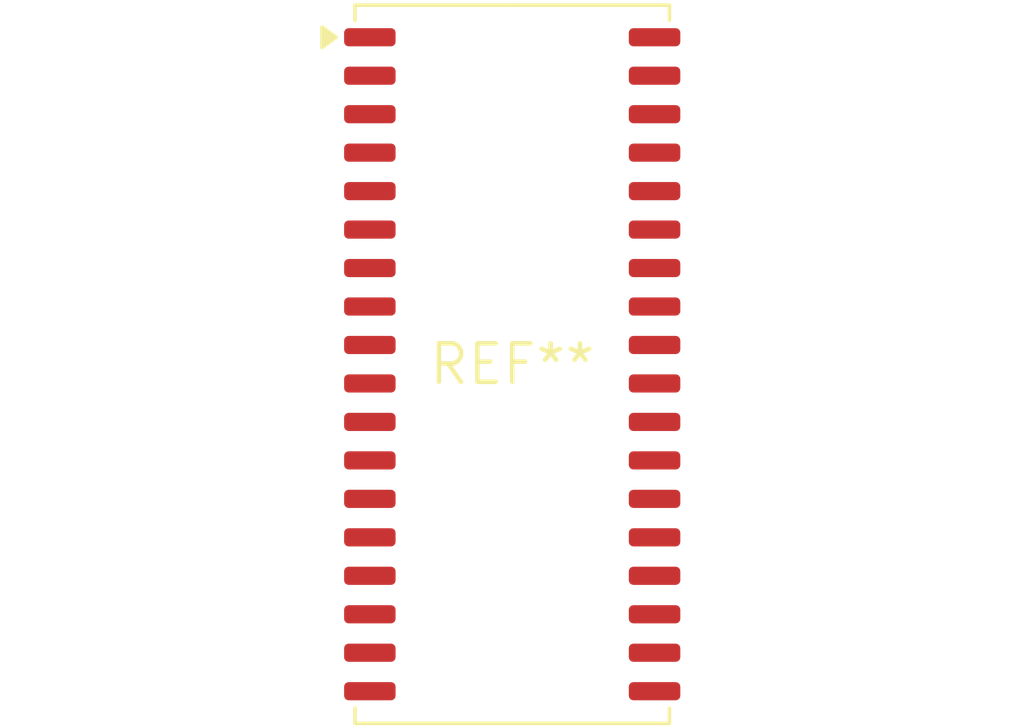
<source format=kicad_pcb>
(kicad_pcb (version 20240108) (generator pcbnew)
  (layers (0 "F.Cu" signal) (31 "B.Cu" signal) (34 "B.Paste" user) (35 "F.Paste" user) (36 "B.SilkS" user "B.Silkscreen") (37 "F.SilkS" user "F.Silkscreen") (38 "B.Mask" user) (39 "F.Mask" user) (44 "Edge.Cuts" user))
  (net 0 "")
  (footprint "SOJ-36_10.16x23.49mm_P1.27mm" (layer "F.Cu") (at 0 0)
    (property "Reference" "REF**")
    (property "Value" "SOJ-36_10.16x23.49mm_P1.27mm")
    (fp_line (start -5.19 -11.855) (end -5.19 -11.355) (layer "F.SilkS") (stroke (width 0.12)))
    (fp_line (start -5.19 11.855) (end -5.19 11.355) (layer "F.SilkS") (stroke (width 0.12)))
    (fp_line (start 0 -11.855) (end -5.19 -11.855) (layer "F.SilkS") (stroke (width 0.12)))
    (fp_line (start 0 -11.855) (end 5.19 -11.855) (layer "F.SilkS") (stroke (width 0.12)))
    (fp_line (start 0 11.855) (end -5.19 11.855) (layer "F.SilkS") (stroke (width 0.12)))
    (fp_line (start 0 11.855) (end 5.19 11.855) (layer "F.SilkS") (stroke (width 0.12)))
    (fp_line (start 5.19 -11.855) (end 5.19 -11.355) (layer "F.SilkS") (stroke (width 0.12)))
    (fp_line (start 5.19 11.855) (end 5.19 11.355) (layer "F.SilkS") (stroke (width 0.12)))
    (fp_poly (pts (xy -5.81 -10.795) (xy -6.28 -11.135) (xy -6.28 -10.455) (xy -5.81 -10.795)) (layer "F.SilkS") (stroke (width 0.12)) (fill solid))
    (pad "1" smd roundrect (at -4.7 -10.795) (size 1.7 0.6) (layers "F.Cu" "F.Paste" "F.Mask"))
    (pad "2" smd roundrect (at -4.7 -9.525) (size 1.7 0.6) (layers "F.Cu" "F.Paste" "F.Mask"))
    (pad "3" smd roundrect (at -4.7 -8.255) (size 1.7 0.6) (layers "F.Cu" "F.Paste" "F.Mask"))
    (pad "4" smd roundrect (at -4.7 -6.985) (size 1.7 0.6) (layers "F.Cu" "F.Paste" "F.Mask"))
    (pad "5" smd roundrect (at -4.7 -5.715) (size 1.7 0.6) (layers "F.Cu" "F.Paste" "F.Mask"))
    (pad "6" smd roundrect (at -4.7 -4.445) (size 1.7 0.6) (layers "F.Cu" "F.Paste" "F.Mask"))
    (pad "7" smd roundrect (at -4.7 -3.175) (size 1.7 0.6) (layers "F.Cu" "F.Paste" "F.Mask"))
    (pad "8" smd roundrect (at -4.7 -1.905) (size 1.7 0.6) (layers "F.Cu" "F.Paste" "F.Mask"))
    (pad "9" smd roundrect (at -4.7 -0.635) (size 1.7 0.6) (layers "F.Cu" "F.Paste" "F.Mask"))
    (pad "10" smd roundrect (at -4.7 0.635) (size 1.7 0.6) (layers "F.Cu" "F.Paste" "F.Mask"))
    (pad "11" smd roundrect (at -4.7 1.905) (size 1.7 0.6) (layers "F.Cu" "F.Paste" "F.Mask"))
    (pad "12" smd roundrect (at -4.7 3.175) (size 1.7 0.6) (layers "F.Cu" "F.Paste" "F.Mask"))
    (pad "13" smd roundrect (at -4.7 4.445) (size 1.7 0.6) (layers "F.Cu" "F.Paste" "F.Mask"))
    (pad "14" smd roundrect (at -4.7 5.715) (size 1.7 0.6) (layers "F.Cu" "F.Paste" "F.Mask"))
    (pad "15" smd roundrect (at -4.7 6.985) (size 1.7 0.6) (layers "F.Cu" "F.Paste" "F.Mask"))
    (pad "16" smd roundrect (at -4.7 8.255) (size 1.7 0.6) (layers "F.Cu" "F.Paste" "F.Mask"))
    (pad "17" smd roundrect (at -4.7 9.525) (size 1.7 0.6) (layers "F.Cu" "F.Paste" "F.Mask"))
    (pad "18" smd roundrect (at -4.7 10.795) (size 1.7 0.6) (layers "F.Cu" "F.Paste" "F.Mask"))
    (pad "19" smd roundrect (at 4.7 10.795) (size 1.7 0.6) (layers "F.Cu" "F.Paste" "F.Mask"))
    (pad "20" smd roundrect (at 4.7 9.525) (size 1.7 0.6) (layers "F.Cu" "F.Paste" "F.Mask"))
    (pad "21" smd roundrect (at 4.7 8.255) (size 1.7 0.6) (layers "F.Cu" "F.Paste" "F.Mask"))
    (pad "22" smd roundrect (at 4.7 6.985) (size 1.7 0.6) (layers "F.Cu" "F.Paste" "F.Mask"))
    (pad "23" smd roundrect (at 4.7 5.715) (size 1.7 0.6) (layers "F.Cu" "F.Paste" "F.Mask"))
    (pad "24" smd roundrect (at 4.7 4.445) (size 1.7 0.6) (layers "F.Cu" "F.Paste" "F.Mask"))
    (pad "25" smd roundrect (at 4.7 3.175) (size 1.7 0.6) (layers "F.Cu" "F.Paste" "F.Mask"))
    (pad "26" smd roundrect (at 4.7 1.905) (size 1.7 0.6) (layers "F.Cu" "F.Paste" "F.Mask"))
    (pad "27" smd roundrect (at 4.7 0.635) (size 1.7 0.6) (layers "F.Cu" "F.Paste" "F.Mask"))
    (pad "28" smd roundrect (at 4.7 -0.635) (size 1.7 0.6) (layers "F.Cu" "F.Paste" "F.Mask"))
    (pad "29" smd roundrect (at 4.7 -1.905) (size 1.7 0.6) (layers "F.Cu" "F.Paste" "F.Mask"))
    (pad "30" smd roundrect (at 4.7 -3.175) (size 1.7 0.6) (layers "F.Cu" "F.Paste" "F.Mask"))
    (pad "31" smd roundrect (at 4.7 -4.445) (size 1.7 0.6) (layers "F.Cu" "F.Paste" "F.Mask"))
    (pad "32" smd roundrect (at 4.7 -5.715) (size 1.7 0.6) (layers "F.Cu" "F.Paste" "F.Mask"))
    (pad "33" smd roundrect (at 4.7 -6.985) (size 1.7 0.6) (layers "F.Cu" "F.Paste" "F.Mask"))
    (pad "34" smd roundrect (at 4.7 -8.255) (size 1.7 0.6) (layers "F.Cu" "F.Paste" "F.Mask"))
    (pad "35" smd roundrect (at 4.7 -9.525) (size 1.7 0.6) (layers "F.Cu" "F.Paste" "F.Mask"))
    (pad "36" smd roundrect (at 4.7 -10.795) (size 1.7 0.6) (layers "F.Cu" "F.Paste" "F.Mask"))
  )
)
</source>
